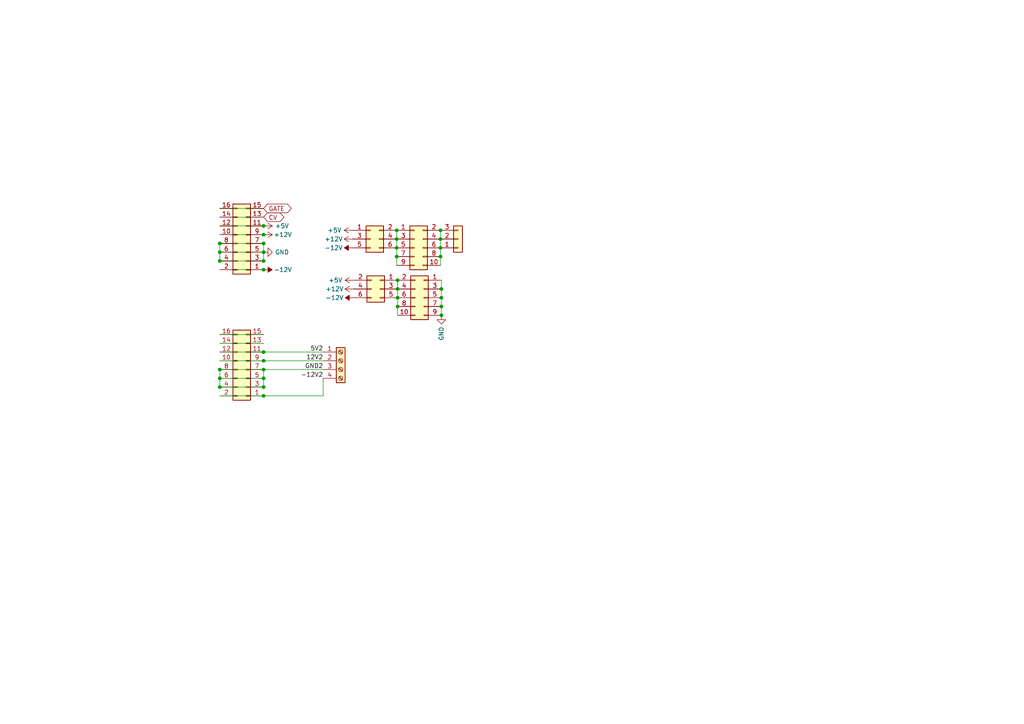
<source format=kicad_sch>
(kicad_sch (version 20211123) (generator eeschema)
  (paper "A4")
  (lib_symbols
    (symbol "Connector:Screw_Terminal_01x04" (pin_names (offset 1.016) hide)
      (property "Reference" "J" (at 0 5.08 0))
      (property "Value" "Screw_Terminal_01x04" (at 0 -7.62 0))
      (symbol "Screw_Terminal_01x04_1_1"
        (rectangle (start -1.27 3.81) (end 1.27 -6.35) (stroke (width 0.254)) (fill (type background)))
        (circle (center 0 -5.08) (radius 0.635) (stroke (width 0.1524)))
        (circle (center 0 -2.54) (radius 0.635) (stroke (width 0.1524)))
        (polyline (pts (xy -0.5334 -4.7498) (xy 0.3302 -5.588)) (stroke (width 0.1524)))
        (polyline (pts (xy -0.5334 -2.2098) (xy 0.3302 -3.048)) (stroke (width 0.1524)))
        (polyline (pts (xy -0.5334 0.3302) (xy 0.3302 -0.508)) (stroke (width 0.1524)))
        (polyline (pts (xy -0.5334 2.8702) (xy 0.3302 2.032)) (stroke (width 0.1524)))
        (polyline (pts (xy -0.3556 -4.572) (xy 0.508 -5.4102)) (stroke (width 0.1524)))
        (polyline (pts (xy -0.3556 -2.032) (xy 0.508 -2.8702)) (stroke (width 0.1524)))
        (polyline (pts (xy -0.3556 0.508) (xy 0.508 -0.3302)) (stroke (width 0.1524)))
        (polyline (pts (xy -0.3556 3.048) (xy 0.508 2.2098)) (stroke (width 0.1524)))
        (circle (center 0 0) (radius 0.635) (stroke (width 0.1524)))
        (circle (center 0 2.54) (radius 0.635) (stroke (width 0.1524)))
        (pin passive line (at -5.08 2.54 0) (length 3.81) (name "Pin_1") (number "1"))
        (pin passive line (at -5.08 0 0) (length 3.81) (name "Pin_2") (number "2"))
        (pin passive line (at -5.08 -2.54 0) (length 3.81) (name "Pin_3") (number "3"))
        (pin passive line (at -5.08 -5.08 0) (length 3.81) (name "Pin_4") (number "4"))
      )
    )
    (symbol "Connector_Generic:Conn_01x03" (pin_names (offset 1.016) hide)
      (property "Reference" "J" (at 0 5.08 0))
      (property "Value" "Conn_01x03" (at 0 -5.08 0))
      (symbol "Conn_01x03_1_1"
        (rectangle (start -1.27 -2.413) (end 0 -2.667) (stroke (width 0.1524)))
        (rectangle (start -1.27 0.127) (end 0 -0.127) (stroke (width 0.1524)))
        (rectangle (start -1.27 2.667) (end 0 2.413) (stroke (width 0.1524)))
        (rectangle (start -1.27 3.81) (end 1.27 -3.81) (stroke (width 0.254)) (fill (type background)))
        (pin passive line (at -5.08 2.54 0) (length 3.81) (name "Pin_1") (number "1"))
        (pin passive line (at -5.08 0 0) (length 3.81) (name "Pin_2") (number "2"))
        (pin passive line (at -5.08 -2.54 0) (length 3.81) (name "Pin_3") (number "3"))
      )
    )
    (symbol "Connector_Generic:Conn_02x03_Odd_Even" (pin_names (offset 1.016) hide)
      (property "Reference" "J" (at 1.27 5.08 0))
      (property "Value" "Conn_02x03_Odd_Even" (at 1.27 -5.08 0))
      (symbol "Conn_02x03_Odd_Even_1_1"
        (rectangle (start -1.27 -2.413) (end 0 -2.667) (stroke (width 0.1524)))
        (rectangle (start -1.27 0.127) (end 0 -0.127) (stroke (width 0.1524)))
        (rectangle (start -1.27 2.667) (end 0 2.413) (stroke (width 0.1524)))
        (rectangle (start -1.27 3.81) (end 3.81 -3.81) (stroke (width 0.254)) (fill (type background)))
        (rectangle (start 3.81 -2.413) (end 2.54 -2.667) (stroke (width 0.1524)))
        (rectangle (start 3.81 0.127) (end 2.54 -0.127) (stroke (width 0.1524)))
        (rectangle (start 3.81 2.667) (end 2.54 2.413) (stroke (width 0.1524)))
        (pin passive line (at -5.08 2.54 0) (length 3.81) (name "Pin_1") (number "1"))
        (pin passive line (at 7.62 2.54 180) (length 3.81) (name "Pin_2") (number "2"))
        (pin passive line (at -5.08 0 0) (length 3.81) (name "Pin_3") (number "3"))
        (pin passive line (at 7.62 0 180) (length 3.81) (name "Pin_4") (number "4"))
        (pin passive line (at -5.08 -2.54 0) (length 3.81) (name "Pin_5") (number "5"))
        (pin passive line (at 7.62 -2.54 180) (length 3.81) (name "Pin_6") (number "6"))
      )
    )
    (symbol "Connector_Generic:Conn_02x05_Odd_Even" (pin_names (offset 1.016) hide)
      (property "Reference" "J" (at 1.27 7.62 0))
      (property "Value" "Conn_02x05_Odd_Even" (at 1.27 -7.62 0))
      (symbol "Conn_02x05_Odd_Even_1_1"
        (rectangle (start -1.27 -4.953) (end 0 -5.207) (stroke (width 0.1524)))
        (rectangle (start -1.27 -2.413) (end 0 -2.667) (stroke (width 0.1524)))
        (rectangle (start -1.27 0.127) (end 0 -0.127) (stroke (width 0.1524)))
        (rectangle (start -1.27 2.667) (end 0 2.413) (stroke (width 0.1524)))
        (rectangle (start -1.27 5.207) (end 0 4.953) (stroke (width 0.1524)))
        (rectangle (start -1.27 6.35) (end 3.81 -6.35) (stroke (width 0.254)) (fill (type background)))
        (rectangle (start 3.81 -4.953) (end 2.54 -5.207) (stroke (width 0.1524)))
        (rectangle (start 3.81 -2.413) (end 2.54 -2.667) (stroke (width 0.1524)))
        (rectangle (start 3.81 0.127) (end 2.54 -0.127) (stroke (width 0.1524)))
        (rectangle (start 3.81 2.667) (end 2.54 2.413) (stroke (width 0.1524)))
        (rectangle (start 3.81 5.207) (end 2.54 4.953) (stroke (width 0.1524)))
        (pin passive line (at -5.08 5.08 0) (length 3.81) (name "Pin_1") (number "1"))
        (pin passive line (at 7.62 -5.08 180) (length 3.81) (name "Pin_10") (number "10"))
        (pin passive line (at 7.62 5.08 180) (length 3.81) (name "Pin_2") (number "2"))
        (pin passive line (at -5.08 2.54 0) (length 3.81) (name "Pin_3") (number "3"))
        (pin passive line (at 7.62 2.54 180) (length 3.81) (name "Pin_4") (number "4"))
        (pin passive line (at -5.08 0 0) (length 3.81) (name "Pin_5") (number "5"))
        (pin passive line (at 7.62 0 180) (length 3.81) (name "Pin_6") (number "6"))
        (pin passive line (at -5.08 -2.54 0) (length 3.81) (name "Pin_7") (number "7"))
        (pin passive line (at 7.62 -2.54 180) (length 3.81) (name "Pin_8") (number "8"))
        (pin passive line (at -5.08 -5.08 0) (length 3.81) (name "Pin_9") (number "9"))
      )
    )
    (symbol "Connector_Generic:Conn_02x08_Odd_Even" (pin_names (offset 1.016) hide)
      (property "Reference" "J" (at 1.27 10.16 0))
      (property "Value" "Conn_02x08_Odd_Even" (at 1.27 -12.7 0))
      (symbol "Conn_02x08_Odd_Even_1_1"
        (rectangle (start -1.27 -10.033) (end 0 -10.287) (stroke (width 0.1524)))
        (rectangle (start -1.27 -7.493) (end 0 -7.747) (stroke (width 0.1524)))
        (rectangle (start -1.27 -4.953) (end 0 -5.207) (stroke (width 0.1524)))
        (rectangle (start -1.27 -2.413) (end 0 -2.667) (stroke (width 0.1524)))
        (rectangle (start -1.27 0.127) (end 0 -0.127) (stroke (width 0.1524)))
        (rectangle (start -1.27 2.667) (end 0 2.413) (stroke (width 0.1524)))
        (rectangle (start -1.27 5.207) (end 0 4.953) (stroke (width 0.1524)))
        (rectangle (start -1.27 7.747) (end 0 7.493) (stroke (width 0.1524)))
        (rectangle (start -1.27 8.89) (end 3.81 -11.43) (stroke (width 0.254)) (fill (type background)))
        (rectangle (start 3.81 -10.033) (end 2.54 -10.287) (stroke (width 0.1524)))
        (rectangle (start 3.81 -7.493) (end 2.54 -7.747) (stroke (width 0.1524)))
        (rectangle (start 3.81 -4.953) (end 2.54 -5.207) (stroke (width 0.1524)))
        (rectangle (start 3.81 -2.413) (end 2.54 -2.667) (stroke (width 0.1524)))
        (rectangle (start 3.81 0.127) (end 2.54 -0.127) (stroke (width 0.1524)))
        (rectangle (start 3.81 2.667) (end 2.54 2.413) (stroke (width 0.1524)))
        (rectangle (start 3.81 5.207) (end 2.54 4.953) (stroke (width 0.1524)))
        (rectangle (start 3.81 7.747) (end 2.54 7.493) (stroke (width 0.1524)))
        (pin passive line (at -5.08 7.62 0) (length 3.81) (name "Pin_1") (number "1"))
        (pin passive line (at 7.62 -2.54 180) (length 3.81) (name "Pin_10") (number "10"))
        (pin passive line (at -5.08 -5.08 0) (length 3.81) (name "Pin_11") (number "11"))
        (pin passive line (at 7.62 -5.08 180) (length 3.81) (name "Pin_12") (number "12"))
        (pin passive line (at -5.08 -7.62 0) (length 3.81) (name "Pin_13") (number "13"))
        (pin passive line (at 7.62 -7.62 180) (length 3.81) (name "Pin_14") (number "14"))
        (pin passive line (at -5.08 -10.16 0) (length 3.81) (name "Pin_15") (number "15"))
        (pin passive line (at 7.62 -10.16 180) (length 3.81) (name "Pin_16") (number "16"))
        (pin passive line (at 7.62 7.62 180) (length 3.81) (name "Pin_2") (number "2"))
        (pin passive line (at -5.08 5.08 0) (length 3.81) (name "Pin_3") (number "3"))
        (pin passive line (at 7.62 5.08 180) (length 3.81) (name "Pin_4") (number "4"))
        (pin passive line (at -5.08 2.54 0) (length 3.81) (name "Pin_5") (number "5"))
        (pin passive line (at 7.62 2.54 180) (length 3.81) (name "Pin_6") (number "6"))
        (pin passive line (at -5.08 0 0) (length 3.81) (name "Pin_7") (number "7"))
        (pin passive line (at 7.62 0 180) (length 3.81) (name "Pin_8") (number "8"))
        (pin passive line (at -5.08 -2.54 0) (length 3.81) (name "Pin_9") (number "9"))
      )
    )
    (symbol "power:+12V" (power) (pin_names (offset 0))
      (property "Value" "+12V" (at 0 3.556 0))
      (symbol "+12V_0_1"
        (polyline (pts (xy -0.762 1.27) (xy 0 2.54)))
        (polyline (pts (xy 0 0) (xy 0 2.54)))
        (polyline (pts (xy 0 2.54) (xy 0.762 1.27)))
      )
      (symbol "+12V_1_1"
        (pin power_in line (at 0 0 90) (length 0) hide (name "+12V") (number "1"))
      )
    )
    (symbol "power:+5V" (power) (pin_names (offset 0))
      (property "Value" "+5V" (at 0 3.556 0))
      (symbol "+5V_0_1"
        (polyline (pts (xy -0.762 1.27) (xy 0 2.54)))
        (polyline (pts (xy 0 0) (xy 0 2.54)))
        (polyline (pts (xy 0 2.54) (xy 0.762 1.27)))
      )
      (symbol "+5V_1_1"
        (pin power_in line (at 0 0 90) (length 0) hide (name "+5V") (number "1"))
      )
    )
    (symbol "power:-12V" (power) (pin_names (offset 0))
      (property "Value" "-12V" (at 0 3.81 0))
      (symbol "-12V_0_0"
        (pin power_in line (at 0 0 90) (length 0) hide (name "-12V") (number "1"))
      )
      (symbol "-12V_0_1"
        (polyline (pts (xy 0 0) (xy 0 1.27) (xy 0.762 1.27) (xy 0 2.54) (xy -0.762 1.27) (xy 0 1.27)) (fill (type outline)))
      )
    )
    (symbol "power:GND" (power) (pin_names (offset 0))
      (property "Value" "GND" (at 0 -3.81 0))
      (symbol "GND_0_1"
        (polyline (pts (xy 0 0) (xy 0 -1.27) (xy 1.27 -1.27) (xy 0 -2.54) (xy -1.27 -1.27) (xy 0 -1.27)))
      )
      (symbol "GND_1_1"
        (pin power_in line (at 0 0 270) (length 0) hide (name "GND") (number "1"))
      )
    )
  )
  (junction (at 115.316 81.28))
  (junction (at 127.762 74.422))
  (junction (at 63.754 112.268))
  (junction (at 76.454 75.692))
  (junction (at 63.754 109.728))
  (junction (at 76.454 109.728))
  (junction (at 76.454 107.188))
  (junction (at 127.762 71.882))
  (junction (at 115.062 66.802))
  (junction (at 115.316 86.36))
  (junction (at 128.016 86.36))
  (junction (at 63.754 107.188))
  (junction (at 63.754 73.152))
  (junction (at 115.062 71.882))
  (junction (at 128.016 83.82))
  (junction (at 76.454 112.268))
  (junction (at 128.016 88.9))
  (junction (at 115.316 83.82))
  (junction (at 76.454 78.232))
  (junction (at 115.062 69.342))
  (junction (at 127.762 66.802))
  (junction (at 76.454 73.152))
  (junction (at 63.754 75.692))
  (junction (at 128.016 91.44))
  (junction (at 127.762 69.342))
  (junction (at 115.062 74.422))
  (junction (at 115.316 88.9))
  (junction (at 76.454 70.612))
  (junction (at 76.454 65.532))
  (junction (at 63.754 70.612))
  (junction (at 76.454 104.648))
  (junction (at 76.454 102.108))
  (junction (at 76.454 68.072))
  (junction (at 76.454 114.808))
  (wire (pts (xy 115.316 81.28) (xy 115.316 83.82)))
  (wire (pts (xy 63.754 73.152) (xy 76.454 73.152)))
  (wire (pts (xy 128.016 83.82) (xy 128.016 86.36)))
  (wire (pts (xy 127.762 66.802) (xy 127.762 69.342)))
  (wire (pts (xy 76.454 73.152) (xy 76.454 70.612)))
  (wire (pts (xy 63.754 102.108) (xy 76.454 102.108)))
  (wire (pts (xy 115.316 83.82) (xy 115.316 86.36)))
  (wire (pts (xy 115.062 74.422) (xy 115.062 76.962)))
  (wire (pts (xy 115.062 66.802) (xy 115.062 69.342)))
  (wire (pts (xy 127.762 74.422) (xy 127.762 76.962)))
  (wire (pts (xy 76.454 109.728) (xy 76.454 107.188)))
  (wire (pts (xy 127.762 71.882) (xy 127.762 74.422)))
  (wire (pts (xy 115.316 86.36) (xy 115.316 88.9)))
  (wire (pts (xy 63.754 65.532) (xy 76.454 65.532)))
  (wire (pts (xy 128.016 86.36) (xy 128.016 88.9)))
  (wire (pts (xy 115.062 71.882) (xy 115.062 74.422)))
  (wire (pts (xy 128.016 81.28) (xy 128.016 83.82)))
  (wire (pts (xy 76.454 112.268) (xy 76.454 109.728)))
  (wire (pts (xy 63.754 104.648) (xy 76.454 104.648)))
  (wire (pts (xy 63.754 107.188) (xy 76.454 107.188)))
  (wire (pts (xy 115.062 69.342) (xy 115.062 71.882)))
  (wire (pts (xy 93.726 109.728) (xy 93.726 114.808)))
  (wire (pts (xy 63.754 112.268) (xy 63.754 109.728)))
  (wire (pts (xy 63.754 68.072) (xy 76.454 68.072)))
  (wire (pts (xy 63.754 73.152) (xy 63.754 70.612)))
  (wire (pts (xy 63.754 70.612) (xy 76.454 70.612)))
  (wire (pts (xy 63.754 109.728) (xy 76.454 109.728)))
  (wire (pts (xy 63.754 62.992) (xy 76.454 62.992)))
  (wire (pts (xy 63.754 97.028) (xy 76.454 97.028)))
  (wire (pts (xy 63.754 78.232) (xy 76.454 78.232)))
  (wire (pts (xy 76.454 104.648) (xy 93.726 104.648)))
  (wire (pts (xy 63.754 109.728) (xy 63.754 107.188)))
  (wire (pts (xy 76.454 107.188) (xy 93.726 107.188)))
  (wire (pts (xy 76.454 75.692) (xy 76.454 73.152)))
  (wire (pts (xy 76.454 102.108) (xy 93.726 102.108)))
  (wire (pts (xy 115.316 88.9) (xy 115.316 91.44)))
  (wire (pts (xy 63.754 112.268) (xy 76.454 112.268)))
  (wire (pts (xy 63.754 114.808) (xy 76.454 114.808)))
  (wire (pts (xy 63.754 99.568) (xy 76.454 99.568)))
  (wire (pts (xy 63.754 75.692) (xy 76.454 75.692)))
  (wire (pts (xy 63.754 75.692) (xy 63.754 73.152)))
  (wire (pts (xy 63.754 60.452) (xy 76.454 60.452)))
  (wire (pts (xy 127.762 69.342) (xy 127.762 71.882)))
  (wire (pts (xy 128.016 88.9) (xy 128.016 91.44)))
  (wire (pts (xy 93.726 114.808) (xy 76.454 114.808)))
  (label "12V2" (at 93.726 104.648 180))
  (label "5V2" (at 93.726 102.108 180))
  (label "GND2" (at 93.726 107.188 180))
  (label "-12V2" (at 93.726 109.728 180))
  (global_label "CV" (shape bidirectional) (at 76.454 62.992 0) (property "Intersheet References" "${INTERSHEET_REFS}" (effects hide)))
  (global_label "GATE" (shape bidirectional) (at 76.454 60.452 0) (property "Intersheet References" "${INTERSHEET_REFS}" (effects hide)))
  (symbol (lib_id "power:+5V") (at 76.454 65.532 270) (unit 1)
    (property "Reference" "#PWR01" (effects hide))
    (property "Value" "+5V" (at 81.788 65.532 90))
  )
  (symbol (lib_id "power:-12V") (at 102.362 71.882 90) (unit 1)
    (property "Reference" "#PWR0103" (effects hide))
    (property "Value" "-12V" (at 96.774 71.882 90))
  )
  (symbol (lib_id "Connector_Generic:Conn_02x03_Odd_Even") (at 110.236 83.82 0) (mirror y) (unit 1)
    (property "Reference" "J4" (effects hide))
    (property "Value" "Conn_02x03_Odd_Even" (effects hide))
    (property "Footprint" "Connector_PinHeader_2.54mm:PinHeader_2x03_P2.54mm_Vertical" (effects hide))
  )
  (symbol (lib_id "power:GND") (at 76.454 73.152 90) (mirror x) (unit 1)
    (property "Reference" "#PWR03" (effects hide))
    (property "Value" "GND" (at 81.788 73.152 90))
  )
  (symbol (lib_id "power:GND") (at 128.016 91.44 0) (mirror y) (unit 1)
    (property "Reference" "#PWR0107" (effects hide))
    (property "Value" "GND" (at 128.016 96.774 90))
  )
  (symbol (lib_id "power:+5V") (at 102.616 81.28 90) (unit 1)
    (property "Reference" "#PWR0106" (effects hide))
    (property "Value" "+5V" (at 97.282 81.28 90))
  )
  (symbol (lib_id "Connector_Generic:Conn_02x05_Odd_Even") (at 122.936 86.36 0) (mirror y) (unit 1)
    (property "Reference" "J3" (effects hide))
    (property "Value" "Conn_02x02_Odd_Even" (effects hide))
    (property "Footprint" "Connector_PinHeader_2.54mm:PinHeader_2x05_P2.54mm_Vertical" (effects hide))
  )
  (symbol (lib_id "Connector_Generic:Conn_02x08_Odd_Even") (at 71.374 70.612 180) (unit 1)
    (property "Reference" "J1" (effects hide))
    (property "Value" "Conn_02x20_Odd_Even" (effects hide))
    (property "Footprint" "Connector_IDC:IDC-Header_2x08_P2.54mm_Vertical" (effects hide))
    (property "Field5" "CONNECTIONS" (effects hide))
  )
  (symbol (lib_id "Connector_Generic:Conn_02x03_Odd_Even") (at 107.442 69.342 0) (unit 1)
    (property "Reference" "J5" (effects hide))
    (property "Value" "Conn_02x03_Odd_Even" (effects hide))
    (property "Footprint" "Connector_PinHeader_2.54mm:PinHeader_2x03_P2.54mm_Vertical" (effects hide))
  )
  (symbol (lib_id "power:+12V") (at 102.616 83.82 90) (unit 1)
    (property "Reference" "#PWR0105" (effects hide))
    (property "Value" "+12V" (at 97.028 83.82 90))
  )
  (symbol (lib_id "power:-12V") (at 76.454 78.232 270) (unit 1)
    (property "Reference" "#PWR04" (effects hide))
    (property "Value" "-12V" (at 82.042 78.232 90))
  )
  (symbol (lib_id "Connector_Generic:Conn_02x08_Odd_Even") (at 71.374 107.188 180) (unit 1)
    (property "Reference" "J7" (effects hide))
    (property "Value" "Conn_02x20_Odd_Even" (effects hide))
    (property "Footprint" "Connector_IDC:IDC-Header_2x08_P2.54mm_Vertical" (effects hide))
    (property "Field5" "CONNECTIONS" (effects hide))
  )
  (symbol (lib_id "Connector_Generic:Conn_02x05_Odd_Even") (at 120.142 71.882 0) (unit 1)
    (property "Reference" "J2" (effects hide))
    (property "Value" "Conn_02x02_Odd_Even" (effects hide))
    (property "Footprint" "Connector_PinHeader_2.54mm:PinHeader_2x05_P2.54mm_Vertical" (effects hide))
  )
  (symbol (lib_id "power:+12V") (at 102.362 69.342 90) (unit 1)
    (property "Reference" "#PWR0102" (effects hide))
    (property "Value" "+12V" (at 96.774 69.342 90))
  )
  (symbol (lib_id "Connector_Generic:Conn_01x03") (at 132.842 69.342 0) (mirror x) (unit 1)
    (property "Reference" "J6" (effects hide))
    (property "Value" "Conn_01x03" (effects hide))
    (property "Footprint" "Connector_PinHeader_2.54mm:PinHeader_1x03_P2.54mm_Vertical" (effects hide))
  )
  (symbol (lib_id "power:-12V") (at 102.616 86.36 90) (unit 1)
    (property "Reference" "#PWR0104" (effects hide))
    (property "Value" "-12V" (at 97.028 86.36 90))
  )
  (symbol (lib_id "power:+5V") (at 102.362 66.802 90) (unit 1)
    (property "Reference" "#PWR0101" (effects hide))
    (property "Value" "+5V" (at 97.028 66.802 90))
  )
  (symbol (lib_id "Connector:Screw_Terminal_01x04") (at 98.806 104.648 0) (unit 1)
    (property "Reference" "J8" (effects hide))
    (property "Value" "Screw_Terminal_01x04" (effects hide))
    (property "Footprint" "TerminalBlock_Phoenix:TerminalBlock_Phoenix_MKDS-1,5-4_1x04_P5.00mm_Horizontal" (effects hide))
  )
  (symbol (lib_id "power:+12V") (at 76.454 68.072 270) (unit 1)
    (property "Reference" "#PWR02" (effects hide))
    (property "Value" "+12V" (at 82.042 68.072 90))
  )
)
</source>
